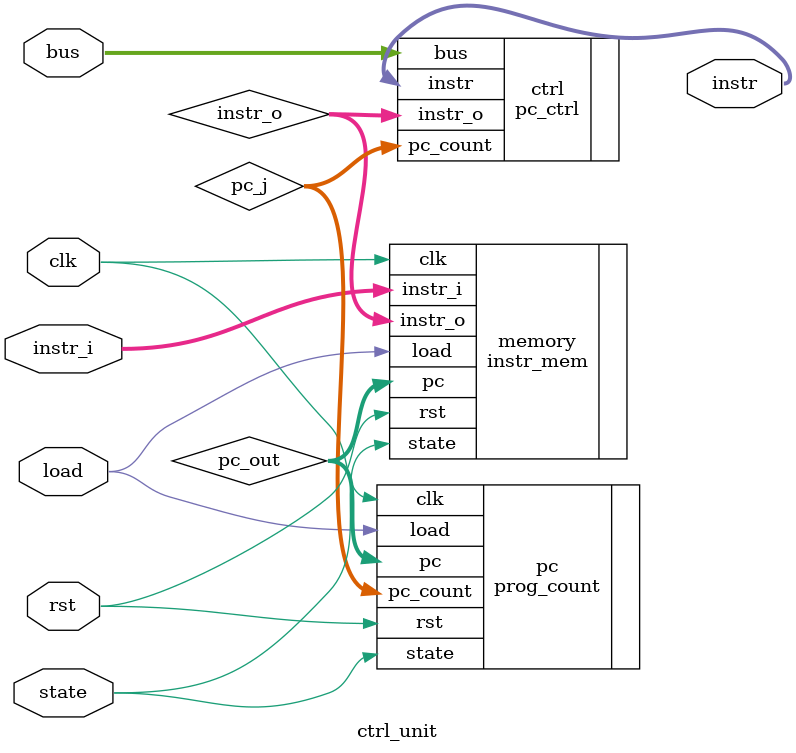
<source format=v>
module ctrl_unit (
    input clk, rst,
    input state,    // State of the CPU
    input load, // Enable for instruction load
    input [7:0] instr_i,    // Instruction input
    output [7:0] instr, // Instruction for the datapath
    inout [3:0] bus // Data bus
);

//-----------------------------------------------------
// Program memory
//-----------------------------------------------------
wire [3:0] pc_out ; // Program counter
wire [7:0] instr_o ;    // Instruction out from the mem
instr_mem memory ( .clk(clk), .rst(rst), .state(state), .load(load), .pc(pc_out), .instr_i(instr_i), .instr_o(instr_o) );

//-----------------------------------------------------
// Program counter
//-----------------------------------------------------
wire [3:0] pc_j ;   // Jump address
prog_count pc ( .clk(clk), .rst(rst), .state(state), .load(load), .pc_count(pc_j), .pc(pc_out) );

//-----------------------------------------------------
// Jump statement handler
//-----------------------------------------------------
pc_ctrl ctrl ( .instr_o(instr_o), .pc_count(pc_j), .instr(instr), .bus(bus) );

endmodule
</source>
